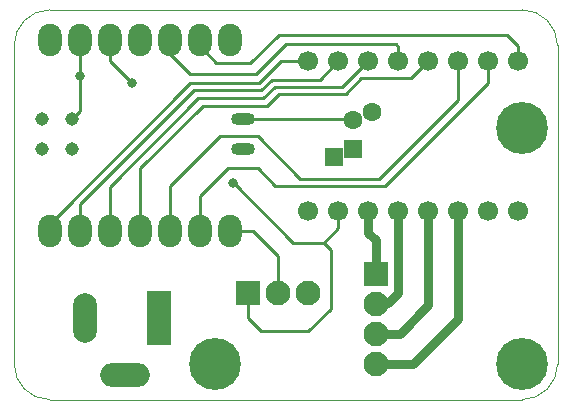
<source format=gbr>
%TF.GenerationSoftware,KiCad,Pcbnew,(6.0.9)*%
%TF.CreationDate,2023-09-21T20:23:22+02:00*%
%TF.ProjectId,EZFocus,455a466f-6375-4732-9e6b-696361645f70,rev?*%
%TF.SameCoordinates,Original*%
%TF.FileFunction,Copper,L1,Top*%
%TF.FilePolarity,Positive*%
%FSLAX46Y46*%
G04 Gerber Fmt 4.6, Leading zero omitted, Abs format (unit mm)*
G04 Created by KiCad (PCBNEW (6.0.9)) date 2023-09-21 20:23:22*
%MOMM*%
%LPD*%
G01*
G04 APERTURE LIST*
%TA.AperFunction,Profile*%
%ADD10C,0.100000*%
%TD*%
%TA.AperFunction,SMDPad,CuDef*%
%ADD11O,1.998980X2.748280*%
%TD*%
%TA.AperFunction,SMDPad,CuDef*%
%ADD12O,2.032000X1.016000*%
%TD*%
%TA.AperFunction,SMDPad,CuDef*%
%ADD13C,1.143000*%
%TD*%
%TA.AperFunction,ComponentPad*%
%ADD14R,2.100000X2.100000*%
%TD*%
%TA.AperFunction,ComponentPad*%
%ADD15C,2.100000*%
%TD*%
%TA.AperFunction,ComponentPad*%
%ADD16C,0.700000*%
%TD*%
%TA.AperFunction,ComponentPad*%
%ADD17C,4.400000*%
%TD*%
%TA.AperFunction,ComponentPad*%
%ADD18R,1.600000X1.600000*%
%TD*%
%TA.AperFunction,ComponentPad*%
%ADD19C,1.600000*%
%TD*%
%TA.AperFunction,ComponentPad*%
%ADD20C,1.700000*%
%TD*%
%TA.AperFunction,ComponentPad*%
%ADD21R,2.000000X4.600000*%
%TD*%
%TA.AperFunction,ComponentPad*%
%ADD22O,2.000000X4.200000*%
%TD*%
%TA.AperFunction,ComponentPad*%
%ADD23O,4.200000X2.000000*%
%TD*%
%TA.AperFunction,ViaPad*%
%ADD24C,0.800000*%
%TD*%
%TA.AperFunction,Conductor*%
%ADD25C,0.250000*%
%TD*%
%TA.AperFunction,Conductor*%
%ADD26C,0.750000*%
%TD*%
G04 APERTURE END LIST*
D10*
X118000000Y-90000000D02*
X118000000Y-63000000D01*
X75000000Y-93000000D02*
X115000000Y-93000000D01*
X75000000Y-60000000D02*
G75*
G03*
X72000000Y-63000000I0J-3000000D01*
G01*
X118000000Y-63000000D02*
G75*
G03*
X115000000Y-60000000I-3000000J0D01*
G01*
X72000000Y-90000000D02*
G75*
G03*
X75000000Y-93000000I3000000J0D01*
G01*
X115000000Y-60000000D02*
X75000000Y-60000000D01*
X72000000Y-63000000D02*
X72000000Y-90000000D01*
X115000000Y-93000000D02*
G75*
G03*
X118000000Y-90000000I0J3000000D01*
G01*
D11*
%TO.P,U1,1,D0*%
%TO.N,DIR*%
X75060490Y-78681290D03*
%TO.P,U1,2,D1*%
%TO.N,STP*%
X77600490Y-78681290D03*
%TO.P,U1,3,D2*%
%TO.N,SLP*%
X80140490Y-78681290D03*
%TO.P,U1,4,D3*%
%TO.N,MS3*%
X82680490Y-78681290D03*
%TO.P,U1,5,D4*%
%TO.N,MS2*%
X85220490Y-78681290D03*
%TO.P,U1,6,D5*%
%TO.N,MS1*%
X87760490Y-78681290D03*
%TO.P,U1,7,D6*%
%TO.N,TS_Data*%
X90300490Y-78681290D03*
%TO.P,U1,8,D7*%
%TO.N,unconnected-(U1-Pad8)*%
X90300490Y-62516730D03*
%TO.P,U1,9,D8*%
%TO.N,EN*%
X87760490Y-62516730D03*
%TO.P,U1,10,D9*%
%TO.N,RST*%
X85220490Y-62516730D03*
%TO.P,U1,11,D10*%
%TO.N,unconnected-(U1-Pad11)*%
X82680490Y-62516730D03*
%TO.P,U1,12,3V3*%
%TO.N,+3.3V*%
X80140490Y-62516730D03*
%TO.P,U1,13,GND*%
%TO.N,GND*%
X77600490Y-62516730D03*
%TO.P,U1,14,5V*%
%TO.N,unconnected-(U1-Pad14)*%
X75060490Y-62516730D03*
D12*
%TO.P,U1,15,5V*%
%TO.N,unconnected-(U1-Pad15)*%
X91378310Y-71814410D03*
%TO.P,U1,16,GND*%
%TO.N,GND*%
X91378310Y-69264410D03*
D13*
%TO.P,U1,17,PA31_SWDIO*%
%TO.N,unconnected-(U1-Pad17)*%
X74374123Y-71815607D03*
%TO.P,U1,18,PA30_SWCLK*%
%TO.N,unconnected-(U1-Pad18)*%
X74374123Y-69275607D03*
%TO.P,U1,19,RESET*%
%TO.N,unconnected-(U1-Pad19)*%
X76914123Y-71815607D03*
%TO.P,U1,20,GND*%
%TO.N,GND*%
X76914123Y-69275607D03*
%TD*%
D14*
%TO.P,J2,1,Pin_1*%
%TO.N,Net-(J2-Pad1)*%
X102600000Y-82385000D03*
D15*
%TO.P,J2,2,Pin_2*%
%TO.N,Net-(J2-Pad2)*%
X102600000Y-84925000D03*
%TO.P,J2,3,Pin_3*%
%TO.N,Net-(J2-Pad3)*%
X102600000Y-87465000D03*
%TO.P,J2,4,Pin_4*%
%TO.N,Net-(J2-Pad4)*%
X102600000Y-90005000D03*
%TD*%
D14*
%TO.P,J3,1,Pin_1*%
%TO.N,+3.3V*%
X91760000Y-84000000D03*
D15*
%TO.P,J3,2,Pin_2*%
%TO.N,TS_Data*%
X94300000Y-84000000D03*
%TO.P,J3,3,Pin_3*%
%TO.N,GND*%
X96840000Y-84000000D03*
%TD*%
D16*
%TO.P,REF\u002A\u002A,1*%
%TO.N,N/C*%
X90650000Y-90000000D03*
X87833274Y-88833274D03*
X90166726Y-91166726D03*
X87350000Y-90000000D03*
D17*
X89000000Y-90000000D03*
D16*
X89000000Y-88350000D03*
X87833274Y-91166726D03*
X89000000Y-91650000D03*
X90166726Y-88833274D03*
%TD*%
D18*
%TO.P,C1,1*%
%TO.N,VCC*%
X99100000Y-72470937D03*
X100700000Y-71800000D03*
D19*
%TO.P,C1,2*%
%TO.N,GND*%
X102300000Y-68629063D03*
X100700000Y-69300000D03*
%TD*%
D16*
%TO.P,REF\u002A\u002A,1*%
%TO.N,N/C*%
X113350000Y-70000000D03*
X116166726Y-68833274D03*
X115000000Y-71650000D03*
X115000000Y-68350000D03*
X113833274Y-71166726D03*
D17*
X115000000Y-70000000D03*
D16*
X113833274Y-68833274D03*
X116650000Y-70000000D03*
X116166726Y-71166726D03*
%TD*%
D20*
%TO.P,U2,1,VMOT*%
%TO.N,VCC*%
X114690000Y-77000000D03*
%TO.P,U2,2,GND*%
%TO.N,GND*%
X112150000Y-77000000D03*
%TO.P,U2,3,B2*%
%TO.N,Net-(J2-Pad4)*%
X109610000Y-77000000D03*
%TO.P,U2,4,B1*%
%TO.N,Net-(J2-Pad3)*%
X107070000Y-77000000D03*
%TO.P,U2,5,A1*%
%TO.N,Net-(J2-Pad2)*%
X104530000Y-77000000D03*
%TO.P,U2,6,A2*%
%TO.N,Net-(J2-Pad1)*%
X101990000Y-77000000D03*
%TO.P,U2,7,VIO*%
%TO.N,+3.3V*%
X99450000Y-77000000D03*
%TO.P,U2,8,GND*%
%TO.N,GND*%
X96910000Y-77000000D03*
%TO.P,U2,9,EN*%
%TO.N,EN*%
X114690000Y-64300000D03*
%TO.P,U2,10,MS1*%
%TO.N,MS1*%
X112150000Y-64300000D03*
%TO.P,U2,11,MS2*%
%TO.N,MS2*%
X109610000Y-64300000D03*
%TO.P,U2,12,MS3*%
%TO.N,MS3*%
X107070000Y-64300000D03*
%TO.P,U2,13,RST*%
%TO.N,RST*%
X104530000Y-64300000D03*
%TO.P,U2,14,SLP*%
%TO.N,SLP*%
X101990000Y-64300000D03*
%TO.P,U2,15,STP*%
%TO.N,STP*%
X99450000Y-64300000D03*
%TO.P,U2,16,DIR*%
%TO.N,DIR*%
X96910000Y-64300000D03*
%TD*%
D16*
%TO.P,REF\u002A\u002A,1*%
%TO.N,N/C*%
X116166726Y-88833274D03*
D17*
X115000000Y-90000000D03*
D16*
X116166726Y-91166726D03*
X113833274Y-91166726D03*
X116650000Y-90000000D03*
X113833274Y-88833274D03*
X113350000Y-90000000D03*
X115000000Y-91650000D03*
X115000000Y-88350000D03*
%TD*%
D21*
%TO.P,J1,1,Pin_1*%
%TO.N,VCC*%
X84300000Y-86100000D03*
D22*
%TO.P,J1,2,Pin_2*%
%TO.N,GND*%
X78000000Y-86100000D03*
D23*
%TO.P,J1,3*%
%TO.N,N/C*%
X81400000Y-90900000D03*
%TD*%
D24*
%TO.N,GND*%
X77600490Y-65600490D03*
%TO.N,+3.3V*%
X82000000Y-66200000D03*
X90500000Y-74700000D03*
%TD*%
D25*
%TO.N,GND*%
X100446733Y-69264410D02*
X100600000Y-69417677D01*
X77600490Y-68589240D02*
X76914123Y-69275607D01*
X91378310Y-69264410D02*
X100446733Y-69264410D01*
X77600490Y-62516730D02*
X77600490Y-68589240D01*
D26*
%TO.N,Net-(J2-Pad1)*%
X102600000Y-79500000D02*
X102600000Y-82385000D01*
X101990000Y-78890000D02*
X102600000Y-79500000D01*
X101990000Y-77000000D02*
X101990000Y-78890000D01*
%TO.N,Net-(J2-Pad2)*%
X104530000Y-83970000D02*
X103660000Y-84840000D01*
X104530000Y-77000000D02*
X104530000Y-83970000D01*
X103660000Y-84840000D02*
X102685000Y-84840000D01*
X102685000Y-84840000D02*
X102600000Y-84925000D01*
%TO.N,Net-(J2-Pad3)*%
X107070000Y-77000000D02*
X107070000Y-85030000D01*
X107070000Y-85030000D02*
X104635000Y-87465000D01*
X104635000Y-87465000D02*
X102600000Y-87465000D01*
%TO.N,Net-(J2-Pad4)*%
X109610000Y-86190000D02*
X105795000Y-90005000D01*
X109610000Y-77000000D02*
X109610000Y-86190000D01*
X105795000Y-90005000D02*
X102600000Y-90005000D01*
D25*
%TO.N,+3.3V*%
X82000000Y-66200000D02*
X80140490Y-64340490D01*
X95600000Y-79700000D02*
X98200000Y-79700000D01*
X98800000Y-80300000D02*
X98800000Y-85300000D01*
X91760000Y-86060000D02*
X91760000Y-84000000D01*
X92900000Y-87200000D02*
X91760000Y-86060000D01*
X90600000Y-74700000D02*
X95600000Y-79700000D01*
X98200000Y-79700000D02*
X98800000Y-80300000D01*
X90500000Y-74700000D02*
X90600000Y-74700000D01*
X99450000Y-78450000D02*
X99450000Y-77000000D01*
X98200000Y-79700000D02*
X99450000Y-78450000D01*
X80140490Y-64340490D02*
X80140490Y-62516730D01*
X98800000Y-85300000D02*
X96900000Y-87200000D01*
X96900000Y-87200000D02*
X92900000Y-87200000D01*
%TO.N,EN*%
X113700000Y-62100000D02*
X114690000Y-63090000D01*
X114690000Y-63090000D02*
X114690000Y-64300000D01*
X88200490Y-63600490D02*
X89100000Y-64500000D01*
X89100000Y-64500000D02*
X92000000Y-64500000D01*
X94400000Y-62100000D02*
X113700000Y-62100000D01*
X92000000Y-64500000D02*
X94400000Y-62100000D01*
X88200490Y-62516730D02*
X88200490Y-63600490D01*
%TO.N,RST*%
X104530000Y-63130000D02*
X104300000Y-62900000D01*
X95000000Y-62900000D02*
X92500000Y-65400000D01*
X92500000Y-65400000D02*
X86900000Y-65400000D01*
X85220490Y-63720490D02*
X85220490Y-62516730D01*
X104530000Y-64300000D02*
X104530000Y-63130000D01*
X104300000Y-62900000D02*
X95000000Y-62900000D01*
X86900000Y-65400000D02*
X85220490Y-63720490D01*
%TO.N,TS_Data*%
X92181290Y-78681290D02*
X94300000Y-80800000D01*
X90740490Y-78681290D02*
X92181290Y-78681290D01*
X94300000Y-80800000D02*
X94300000Y-84000000D01*
%TO.N,MS1*%
X94100000Y-74900000D02*
X103400000Y-74900000D01*
X90100000Y-73400000D02*
X92600000Y-73400000D01*
X112150000Y-66150000D02*
X112150000Y-64300000D01*
X87760490Y-75739510D02*
X90100000Y-73400000D01*
X92600000Y-73400000D02*
X94100000Y-74900000D01*
X87760490Y-78681290D02*
X87760490Y-75739510D01*
X103400000Y-74900000D02*
X112150000Y-66150000D01*
%TO.N,MS2*%
X109600000Y-67600000D02*
X109600000Y-64310000D01*
X96200000Y-74300000D02*
X102900000Y-74300000D01*
X109600000Y-64310000D02*
X109610000Y-64300000D01*
X85220490Y-78681290D02*
X85220490Y-74879510D01*
X85220490Y-74879510D02*
X89400000Y-70700000D01*
X89400000Y-70700000D02*
X92600000Y-70700000D01*
X102900000Y-74300000D02*
X109600000Y-67600000D01*
X92600000Y-70700000D02*
X96200000Y-74300000D01*
%TO.N,MS3*%
X105570000Y-65800000D02*
X101400000Y-65800000D01*
X82680490Y-73419510D02*
X82680490Y-78681290D01*
X88000000Y-68100000D02*
X82680490Y-73419510D01*
X101400000Y-65800000D02*
X100100000Y-67100000D01*
X107070000Y-64300000D02*
X105570000Y-65800000D01*
X94400000Y-67100000D02*
X93400000Y-68100000D01*
X100100000Y-67100000D02*
X94400000Y-67100000D01*
X93400000Y-68100000D02*
X88000000Y-68100000D01*
%TO.N,SLP*%
X87600000Y-67500000D02*
X93100000Y-67500000D01*
X94100000Y-66500000D02*
X99790000Y-66500000D01*
X99790000Y-66500000D02*
X101990000Y-64300000D01*
X93100000Y-67500000D02*
X94100000Y-66500000D01*
X101990000Y-64300000D02*
X101400000Y-64300000D01*
X80140490Y-78681290D02*
X80140490Y-74959510D01*
X80140490Y-74959510D02*
X87600000Y-67500000D01*
%TO.N,STP*%
X87200000Y-66800000D02*
X92900000Y-66800000D01*
X93800000Y-65900000D02*
X97850000Y-65900000D01*
X92900000Y-66800000D02*
X93800000Y-65900000D01*
X97850000Y-65900000D02*
X99450000Y-64300000D01*
X77600490Y-78681290D02*
X77600490Y-76399510D01*
X77600490Y-76399510D02*
X87200000Y-66800000D01*
%TO.N,DIR*%
X86900000Y-66200000D02*
X92700000Y-66200000D01*
X92700000Y-66200000D02*
X94600000Y-64300000D01*
X94600000Y-64300000D02*
X96910000Y-64300000D01*
X75500490Y-77599510D02*
X86900000Y-66200000D01*
X75500490Y-78681290D02*
X75500490Y-77599510D01*
%TD*%
M02*

</source>
